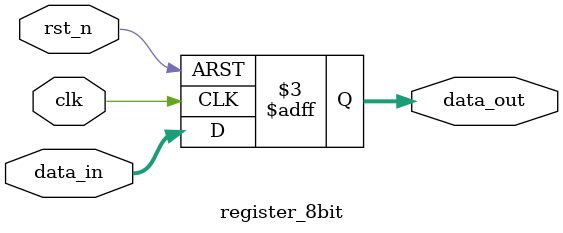
<source format=v>

module register_8bit (
    input wire clk,
    input wire rst_n,
    input wire [7:0] data_in,
    output reg [7:0] data_out
);
    
    // Register with asynchronous active-low reset
    always @(posedge clk or negedge rst_n) begin
        if (!rst_n) begin
            data_out <= 8'b0000_0000;
        end else begin
            data_out <= data_in;
        end
    end
    
endmodule

</source>
